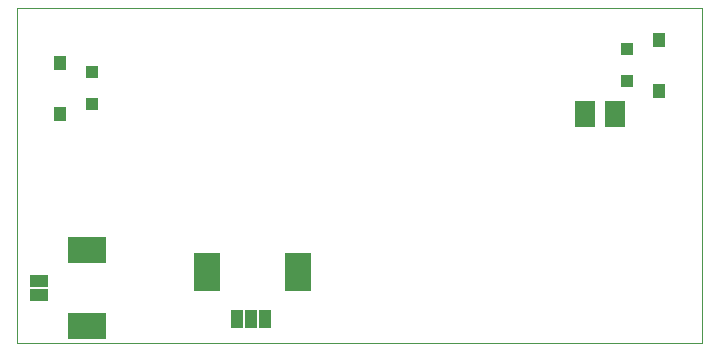
<source format=gbr>
%FSLAX34Y34*%
%MOMM*%
%LNSMDMASK_TOP*%
G71*
G01*
%ADD10C, 0.00*%
%ADD11R, 1.70X2.20*%
%ADD12R, 1.10X1.10*%
%ADD13R, 1.10X1.30*%
%ADD14R, 3.20X2.30*%
%ADD15R, 1.50X1.00*%
%ADD16R, 2.30X3.20*%
%ADD17R, 1.00X1.50*%
%LPD*%
G54D10*
X-580000Y283000D02*
X0Y283000D01*
X0Y0D01*
X-580000Y0D01*
X-580000Y283000D01*
X-98959Y193205D02*
G54D11*
D03*
X-73959Y193205D02*
G54D11*
D03*
X-63931Y248214D02*
G54D12*
D03*
X-63931Y221214D02*
G54D12*
D03*
X-36931Y256214D02*
G54D13*
D03*
X-36931Y213214D02*
G54D13*
D03*
X-516601Y201948D02*
G54D12*
D03*
X-516601Y228948D02*
G54D12*
D03*
X-543601Y193948D02*
G54D13*
D03*
X-543601Y236948D02*
G54D13*
D03*
X-521092Y14466D02*
G54D14*
D03*
X-521092Y14466D02*
G54D14*
D03*
X-521091Y78466D02*
G54D14*
D03*
X-561092Y52466D02*
G54D15*
D03*
X-561092Y40466D02*
G54D15*
D03*
X-342000Y60000D02*
G54D16*
D03*
X-342000Y60000D02*
G54D16*
D03*
X-419000Y60000D02*
G54D16*
D03*
X-382000Y20000D02*
G54D17*
D03*
X-394000Y20000D02*
G54D17*
D03*
X-370000Y20000D02*
G54D17*
D03*
M02*

</source>
